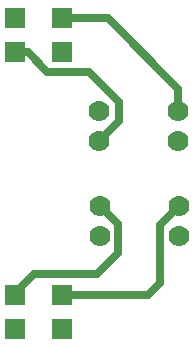
<source format=gbr>
G04 #@! TF.GenerationSoftware,KiCad,Pcbnew,(5.1.6)-1*
G04 #@! TF.CreationDate,2021-04-29T20:15:04-05:00*
G04 #@! TF.ProjectId,BEncoderBoard3(2),42456e63-6f64-4657-9242-6f6172643328,rev?*
G04 #@! TF.SameCoordinates,Original*
G04 #@! TF.FileFunction,Copper,L1,Top*
G04 #@! TF.FilePolarity,Positive*
%FSLAX46Y46*%
G04 Gerber Fmt 4.6, Leading zero omitted, Abs format (unit mm)*
G04 Created by KiCad (PCBNEW (5.1.6)-1) date 2021-04-29 20:15:04*
%MOMM*%
%LPD*%
G01*
G04 APERTURE LIST*
G04 #@! TA.AperFunction,ComponentPad*
%ADD10R,1.700000X1.700000*%
G04 #@! TD*
G04 #@! TA.AperFunction,ComponentPad*
%ADD11C,1.778000*%
G04 #@! TD*
G04 #@! TA.AperFunction,Conductor*
%ADD12C,0.635000*%
G04 #@! TD*
G04 APERTURE END LIST*
D10*
X171300000Y-97982200D03*
X171300000Y-100819200D03*
X167300000Y-100819200D03*
X167300000Y-97982200D03*
D11*
X174465399Y-108361399D03*
X181165399Y-108361399D03*
X174465399Y-105821399D03*
X181165399Y-105821399D03*
D10*
X171300000Y-124248800D03*
X171300000Y-121412000D03*
X167300000Y-121412000D03*
X167300000Y-124248800D03*
D11*
X174485401Y-116409801D03*
X181185401Y-116409801D03*
X174485401Y-113869801D03*
X181185401Y-113869801D03*
D12*
X167300000Y-121412000D02*
X167300000Y-121244000D01*
X167300000Y-121244000D02*
X168910000Y-119634000D01*
X168910000Y-119634000D02*
X174244000Y-119634000D01*
X174244000Y-119634000D02*
X176022000Y-117856000D01*
X176022000Y-115406400D02*
X174485401Y-113869801D01*
X176022000Y-117856000D02*
X176022000Y-115406400D01*
X171300000Y-121412000D02*
X178562000Y-121412000D01*
X178562000Y-121412000D02*
X179578000Y-120396000D01*
X179578000Y-115477202D02*
X181185401Y-113869801D01*
X179578000Y-120396000D02*
X179578000Y-115477202D01*
X181165399Y-105821399D02*
X181165399Y-103939399D01*
X175208200Y-97982200D02*
X171300000Y-97982200D01*
X181165399Y-103939399D02*
X175208200Y-97982200D01*
X174465399Y-108361399D02*
X176160000Y-106666798D01*
X176160000Y-106666798D02*
X176160000Y-105030000D01*
X176160000Y-105030000D02*
X173620000Y-102490000D01*
X173620000Y-102490000D02*
X170064000Y-102490000D01*
X168393200Y-100819200D02*
X167300000Y-100819200D01*
X170064000Y-102490000D02*
X168393200Y-100819200D01*
M02*

</source>
